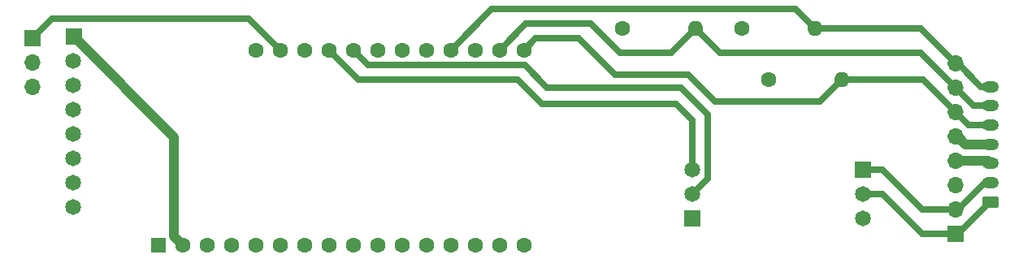
<source format=gbr>
%TF.GenerationSoftware,KiCad,Pcbnew,7.0.7*%
%TF.CreationDate,2024-03-20T16:58:12-04:00*%
%TF.ProjectId,kicad-openctd_rev7,6b696361-642d-46f7-9065-6e6374645f72,rev?*%
%TF.SameCoordinates,Original*%
%TF.FileFunction,Copper,L1,Top*%
%TF.FilePolarity,Positive*%
%FSLAX46Y46*%
G04 Gerber Fmt 4.6, Leading zero omitted, Abs format (unit mm)*
G04 Created by KiCad (PCBNEW 7.0.7) date 2024-03-20 16:58:12*
%MOMM*%
%LPD*%
G01*
G04 APERTURE LIST*
G04 Aperture macros list*
%AMRoundRect*
0 Rectangle with rounded corners*
0 $1 Rounding radius*
0 $2 $3 $4 $5 $6 $7 $8 $9 X,Y pos of 4 corners*
0 Add a 4 corners polygon primitive as box body*
4,1,4,$2,$3,$4,$5,$6,$7,$8,$9,$2,$3,0*
0 Add four circle primitives for the rounded corners*
1,1,$1+$1,$2,$3*
1,1,$1+$1,$4,$5*
1,1,$1+$1,$6,$7*
1,1,$1+$1,$8,$9*
0 Add four rect primitives between the rounded corners*
20,1,$1+$1,$2,$3,$4,$5,0*
20,1,$1+$1,$4,$5,$6,$7,0*
20,1,$1+$1,$6,$7,$8,$9,0*
20,1,$1+$1,$8,$9,$2,$3,0*%
G04 Aperture macros list end*
%TA.AperFunction,ComponentPad*%
%ADD10C,1.600000*%
%TD*%
%TA.AperFunction,ComponentPad*%
%ADD11O,1.600000X1.600000*%
%TD*%
%TA.AperFunction,ComponentPad*%
%ADD12R,1.600000X1.600000*%
%TD*%
%TA.AperFunction,ComponentPad*%
%ADD13R,1.651000X1.651000*%
%TD*%
%TA.AperFunction,ComponentPad*%
%ADD14C,1.651000*%
%TD*%
%TA.AperFunction,ComponentPad*%
%ADD15R,1.700000X1.700000*%
%TD*%
%TA.AperFunction,ComponentPad*%
%ADD16O,1.700000X1.700000*%
%TD*%
%TA.AperFunction,ComponentPad*%
%ADD17RoundRect,0.250000X0.625000X-0.350000X0.625000X0.350000X-0.625000X0.350000X-0.625000X-0.350000X0*%
%TD*%
%TA.AperFunction,ComponentPad*%
%ADD18O,1.750000X1.200000*%
%TD*%
%TA.AperFunction,Conductor*%
%ADD19C,1.016000*%
%TD*%
%TA.AperFunction,Conductor*%
%ADD20C,0.635000*%
%TD*%
G04 APERTURE END LIST*
D10*
%TO.P,R1,1,1*%
%TO.N,+3V3*%
X175514000Y-82804000D03*
D11*
%TO.P,R1,2,2*%
%TO.N,D6*%
X183134000Y-82804000D03*
%TD*%
D12*
%TO.P,U3,1,Rst*%
%TO.N,RST*%
X114700000Y-105385000D03*
D10*
%TO.P,U3,2,3V3*%
%TO.N,+3V3*%
X117240000Y-105385000D03*
%TO.P,U3,3,Aref*%
%TO.N,AREF*%
X119780000Y-105385000D03*
%TO.P,U3,4,GND*%
%TO.N,GND*%
X122320000Y-105385000D03*
%TO.P,U3,5,A0*%
%TO.N,+3V3*%
X124860000Y-105385000D03*
%TO.P,U3,6,A1*%
X127400000Y-105385000D03*
%TO.P,U3,7,A2*%
X129940000Y-105385000D03*
%TO.P,U3,8,A3*%
X132480000Y-105385000D03*
%TO.P,U3,9,A4/D24*%
X135020000Y-105385000D03*
%TO.P,U3,10,A5/D25*%
X137560000Y-105385000D03*
%TO.P,U3,11,SCK*%
X140100000Y-105385000D03*
%TO.P,U3,12,MO*%
X142640000Y-105385000D03*
%TO.P,U3,13,MI*%
X145180000Y-105385000D03*
%TO.P,U3,14,Rx/D0*%
X147720000Y-105385000D03*
%TO.P,U3,15,Tx/D1*%
X150260000Y-105385000D03*
%TO.P,U3,16,NC*%
X152800000Y-105385000D03*
%TO.P,U3,17,SDA*%
%TO.N,SDA*%
X152800000Y-85065000D03*
%TO.P,U3,18,SCL*%
%TO.N,SCL*%
X150260000Y-85065000D03*
%TO.P,U3,19,D5*%
%TO.N,unconnected-(U3-Pad19)*%
X147720000Y-85065000D03*
%TO.P,U3,20,D6*%
%TO.N,D6*%
X145180000Y-85065000D03*
%TO.P,U3,21,D9*%
%TO.N,unconnected-(U3-Pad21)*%
X142640000Y-85065000D03*
%TO.P,U3,22,D10*%
%TO.N,unconnected-(U3-Pad22)*%
X140100000Y-85065000D03*
%TO.P,U3,23,D11*%
%TO.N,unconnected-(U3-Pad23)*%
X137560000Y-85065000D03*
%TO.P,U3,24,D12*%
%TO.N,EC_TX*%
X135020000Y-85065000D03*
%TO.P,U3,25,D13*%
%TO.N,EC_RX*%
X132480000Y-85065000D03*
%TO.P,U3,26,USB*%
%TO.N,unconnected-(U3-Pad26)*%
X129940000Y-85065000D03*
%TO.P,U3,27,EN*%
%TO.N,EN*%
X127400000Y-85065000D03*
%TO.P,U3,28,Bat*%
%TO.N,+BATT*%
X124860000Y-85065000D03*
%TD*%
D13*
%TO.P,U2,1,Gnd*%
%TO.N,GND*%
X170355000Y-102559000D03*
D14*
%TO.P,U2,2,Tx/SDA*%
%TO.N,EC_TX*%
X170355000Y-100019000D03*
%TO.P,U2,3,Rx/SCL*%
%TO.N,EC_RX*%
X170355000Y-97479000D03*
D13*
%TO.P,U2,4,PRB*%
%TO.N,PRB0*%
X188135000Y-97479000D03*
D14*
%TO.P,U2,5,PRB*%
%TO.N,PRB1*%
X188135000Y-100019000D03*
%TO.P,U2,6,Vcc*%
%TO.N,+3V3*%
X188135000Y-102559000D03*
%TD*%
D15*
%TO.P,J2,1,Pin_1*%
%TO.N,EN*%
X101600000Y-83820000D03*
D16*
%TO.P,J2,2,Pin_2*%
%TO.N,GND*%
X101600000Y-86360000D03*
%TO.P,J2,3,Pin_3*%
%TO.N,unconnected-(J3-Pad3)*%
X101600000Y-88900000D03*
%TD*%
D10*
%TO.P,R3,1,1*%
%TO.N,+3V3*%
X178308000Y-88138000D03*
D11*
%TO.P,R3,2,2*%
%TO.N,SDA*%
X185928000Y-88138000D03*
%TD*%
D10*
%TO.P,R2,1,1*%
%TO.N,+3V3*%
X163068000Y-82816000D03*
D11*
%TO.P,R2,2,2*%
%TO.N,SCL*%
X170688000Y-82816000D03*
%TD*%
D13*
%TO.P,U1,1,Vin*%
%TO.N,+3V3*%
X105875000Y-83645000D03*
D14*
%TO.P,U1,2,Gnd*%
%TO.N,GND*%
X105863570Y-86134568D03*
%TO.P,U1,3,SCL*%
%TO.N,SCL*%
X105863570Y-88671711D03*
%TO.P,U1,4,SDA*%
%TO.N,SDA*%
X105863570Y-91265000D03*
%TO.P,U1,5,BAT*%
%TO.N,unconnected-(U1-Pad5)*%
X105863570Y-93805000D03*
%TO.P,U1,6,32K*%
%TO.N,unconnected-(U1-Pad6)*%
X105863570Y-96345000D03*
%TO.P,U1,7,SQW*%
%TO.N,unconnected-(U1-Pad7)*%
X105863570Y-98885000D03*
%TO.P,U1,8,nRST*%
%TO.N,unconnected-(U1-Pad8)*%
X105863570Y-101425000D03*
%TD*%
D17*
%TO.P,J4,1,Pin_1*%
%TO.N,PRB1*%
X201422000Y-100862000D03*
D18*
%TO.P,J4,2,Pin_2*%
%TO.N,PRB0*%
X201422000Y-98862000D03*
%TO.P,J4,3,Pin_3*%
%TO.N,+3V3*%
X201422000Y-96862000D03*
%TO.P,J4,4,Pin_4*%
%TO.N,GND*%
X201422000Y-94862000D03*
%TO.P,J4,5,Pin_5*%
%TO.N,SDA*%
X201422000Y-92862000D03*
%TO.P,J4,6,Pin_6*%
%TO.N,SCL*%
X201422000Y-90862000D03*
%TO.P,J4,7,Pin_7*%
%TO.N,D6*%
X201422000Y-88862000D03*
%TD*%
D15*
%TO.P,J3,1,Pin_1*%
%TO.N,PRB1*%
X197740000Y-104200000D03*
D16*
%TO.P,J3,2,Pin_2*%
%TO.N,PRB0*%
X197740000Y-101660000D03*
%TO.P,J3,3,Pin_3*%
%TO.N,unconnected-(J3-Pad3)*%
X197740000Y-99120000D03*
%TO.P,J3,4,Pin_4*%
%TO.N,+3V3*%
X197740000Y-96580000D03*
%TO.P,J3,5,Pin_5*%
%TO.N,GND*%
X197740000Y-94040000D03*
%TO.P,J3,6,Pin_6*%
%TO.N,SDA*%
X197740000Y-91500000D03*
%TO.P,J3,7,Pin_7*%
%TO.N,SCL*%
X197740000Y-88960000D03*
%TO.P,J3,8,Pin_8*%
%TO.N,D6*%
X197740000Y-86420000D03*
%TD*%
D19*
%TO.N,+3V3*%
X105875000Y-83645000D02*
X116343489Y-94113489D01*
X116343489Y-104488489D02*
X117240000Y-105385000D01*
X198022000Y-96862000D02*
X197740000Y-96580000D01*
X197740000Y-96580000D02*
X201140000Y-96580000D01*
X201140000Y-96580000D02*
X201422000Y-96862000D01*
X116343489Y-94113489D02*
X116343489Y-104488489D01*
D20*
%TO.N,D6*%
X149473000Y-80772000D02*
X145180000Y-85065000D01*
X200434000Y-88862000D02*
X197992000Y-86420000D01*
X183134000Y-82804000D02*
X181102000Y-80772000D01*
X197740000Y-86420000D02*
X194124000Y-82804000D01*
X194124000Y-82804000D02*
X183134000Y-82804000D01*
X201422000Y-88862000D02*
X200434000Y-88862000D01*
X181102000Y-80772000D02*
X149473000Y-80772000D01*
%TO.N,SCL*%
X159766000Y-82296000D02*
X153029000Y-82296000D01*
X194124000Y-85344000D02*
X173216000Y-85344000D01*
X197740000Y-88960000D02*
X194124000Y-85344000D01*
X173216000Y-85344000D02*
X170688000Y-82816000D01*
X170688000Y-82816000D02*
X168160000Y-85344000D01*
X199642000Y-90862000D02*
X197740000Y-88960000D01*
X162814000Y-85344000D02*
X159766000Y-82296000D01*
X153029000Y-82296000D02*
X150260000Y-85065000D01*
X168160000Y-85344000D02*
X162814000Y-85344000D01*
X201422000Y-90862000D02*
X199642000Y-90862000D01*
%TO.N,SDA*%
X154045000Y-83820000D02*
X152800000Y-85065000D01*
X194378000Y-88138000D02*
X185928000Y-88138000D01*
X197740000Y-91500000D02*
X194378000Y-88138000D01*
X199102000Y-92862000D02*
X197740000Y-91500000D01*
X172720000Y-90424000D02*
X169926000Y-87630000D01*
X158496000Y-83820000D02*
X154045000Y-83820000D01*
X169926000Y-87630000D02*
X162306000Y-87630000D01*
X197740000Y-91500000D02*
X197740000Y-91248000D01*
X201422000Y-92862000D02*
X199102000Y-92862000D01*
X185928000Y-88138000D02*
X183642000Y-90424000D01*
X183642000Y-90424000D02*
X172720000Y-90424000D01*
X162306000Y-87630000D02*
X158496000Y-83820000D01*
%TO.N,PRB1*%
X190135000Y-100019000D02*
X194316000Y-104200000D01*
X188135000Y-100019000D02*
X190135000Y-100019000D01*
X201422000Y-100862000D02*
X201330000Y-100862000D01*
X197992000Y-104200000D02*
X194316000Y-104200000D01*
X201330000Y-100862000D02*
X197992000Y-104200000D01*
%TO.N,PRB0*%
X188135000Y-97479000D02*
X190135000Y-97479000D01*
X200790000Y-98862000D02*
X197992000Y-101660000D01*
X197992000Y-101660000D02*
X194316000Y-101660000D01*
X190135000Y-97479000D02*
X194316000Y-101660000D01*
X201422000Y-98862000D02*
X200790000Y-98862000D01*
D19*
%TO.N,GND*%
X201422000Y-94862000D02*
X198814000Y-94862000D01*
X198814000Y-94862000D02*
X197992000Y-94040000D01*
D20*
%TO.N,EC_TX*%
X135020000Y-85065000D02*
X136573000Y-86618000D01*
X152888000Y-86618000D02*
X155194000Y-88924000D01*
X171958000Y-98416000D02*
X170355000Y-100019000D01*
X171958000Y-91718000D02*
X171958000Y-98416000D01*
X136573000Y-86618000D02*
X152888000Y-86618000D01*
X169164000Y-88924000D02*
X171958000Y-91718000D01*
X155194000Y-88924000D02*
X169164000Y-88924000D01*
%TO.N,EC_RX*%
X170355000Y-92377000D02*
X170355000Y-97479000D01*
X154686000Y-90678000D02*
X168656000Y-90678000D01*
X168656000Y-90678000D02*
X170355000Y-92377000D01*
X132480000Y-85065000D02*
X135553000Y-88138000D01*
X152146000Y-88138000D02*
X154686000Y-90678000D01*
X135553000Y-88138000D02*
X152146000Y-88138000D01*
%TO.N,EN*%
X103632000Y-81788000D02*
X101600000Y-83820000D01*
X124123000Y-81788000D02*
X103632000Y-81788000D01*
X127400000Y-85065000D02*
X124123000Y-81788000D01*
%TD*%
M02*

</source>
